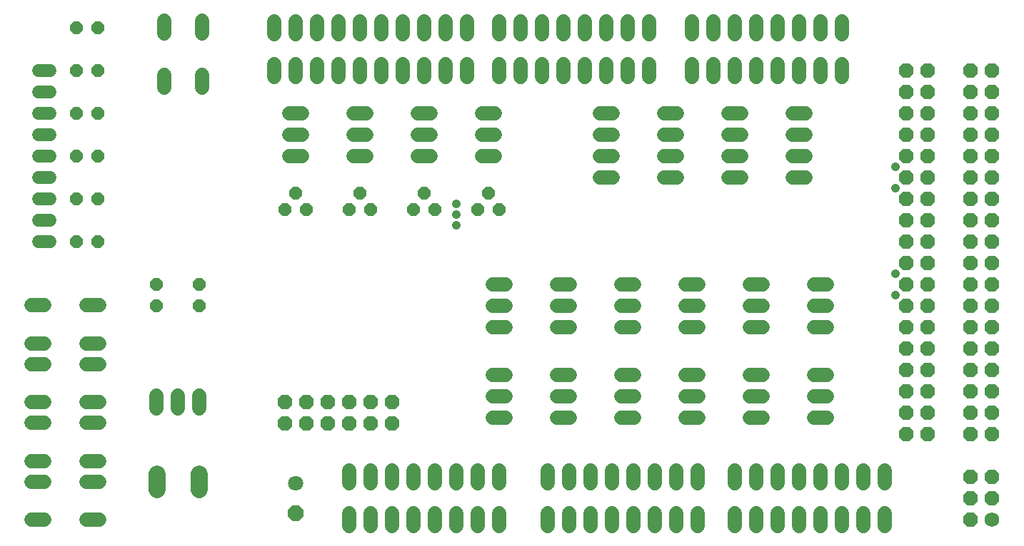
<source format=gbr>
G04 EAGLE Gerber RS-274X export*
G75*
%MOMM*%
%FSLAX34Y34*%
%LPD*%
%INSoldermask Bottom*%
%IPPOS*%
%AMOC8*
5,1,8,0,0,1.08239X$1,22.5*%
G01*
%ADD10C,1.727200*%
%ADD11P,1.869504X8X292.500000*%
%ADD12C,1.711200*%
%ADD13C,1.993900*%
%ADD14P,1.951982X8X292.500000*%
%ADD15C,1.803400*%
%ADD16P,1.869504X8X22.500000*%
%ADD17C,1.727200*%
%ADD18P,1.869504X8X112.500000*%
%ADD19P,1.649562X8X202.500000*%
%ADD20P,1.649562X8X112.500000*%
%ADD21C,1.524000*%
%ADD22P,1.649562X8X22.500000*%
%ADD23C,1.059600*%


D10*
X577850Y90170D02*
X577850Y74930D01*
X552450Y74930D02*
X552450Y90170D01*
X527050Y90170D02*
X527050Y74930D01*
X501650Y74930D02*
X501650Y90170D01*
X476250Y90170D02*
X476250Y74930D01*
X450850Y74930D02*
X450850Y90170D01*
X425450Y90170D02*
X425450Y74930D01*
X400050Y74930D02*
X400050Y90170D01*
X812800Y90170D02*
X812800Y74930D01*
X787400Y74930D02*
X787400Y90170D01*
X762000Y90170D02*
X762000Y74930D01*
X736600Y74930D02*
X736600Y90170D01*
X711200Y90170D02*
X711200Y74930D01*
X685800Y74930D02*
X685800Y90170D01*
X660400Y90170D02*
X660400Y74930D01*
X635000Y74930D02*
X635000Y90170D01*
X1035050Y90170D02*
X1035050Y74930D01*
X1009650Y74930D02*
X1009650Y90170D01*
X984250Y90170D02*
X984250Y74930D01*
X958850Y74930D02*
X958850Y90170D01*
X933450Y90170D02*
X933450Y74930D01*
X908050Y74930D02*
X908050Y90170D01*
X882650Y90170D02*
X882650Y74930D01*
X857250Y74930D02*
X857250Y90170D01*
X984250Y557530D02*
X984250Y572770D01*
X958850Y572770D02*
X958850Y557530D01*
X933450Y557530D02*
X933450Y572770D01*
X908050Y572770D02*
X908050Y557530D01*
X882650Y557530D02*
X882650Y572770D01*
X857250Y572770D02*
X857250Y557530D01*
X831850Y557530D02*
X831850Y572770D01*
X806450Y572770D02*
X806450Y557530D01*
X755650Y557530D02*
X755650Y572770D01*
X730250Y572770D02*
X730250Y557530D01*
X704850Y557530D02*
X704850Y572770D01*
X679450Y572770D02*
X679450Y557530D01*
X654050Y557530D02*
X654050Y572770D01*
X628650Y572770D02*
X628650Y557530D01*
X603250Y557530D02*
X603250Y572770D01*
X577850Y572770D02*
X577850Y557530D01*
X539750Y557530D02*
X539750Y572770D01*
X514350Y572770D02*
X514350Y557530D01*
X488950Y557530D02*
X488950Y572770D01*
X463550Y572770D02*
X463550Y557530D01*
X438150Y557530D02*
X438150Y572770D01*
X412750Y572770D02*
X412750Y557530D01*
X387350Y557530D02*
X387350Y572770D01*
X361950Y572770D02*
X361950Y557530D01*
X336550Y557530D02*
X336550Y572770D01*
X311150Y572770D02*
X311150Y557530D01*
D11*
X1060450Y565150D03*
X1060450Y539750D03*
X1060450Y514350D03*
X1060450Y488950D03*
X1060450Y463550D03*
X1060450Y438150D03*
X1085850Y565150D03*
X1085850Y539750D03*
X1085850Y514350D03*
X1085850Y488950D03*
X1085850Y463550D03*
X1085850Y438150D03*
X1060450Y412750D03*
X1085850Y412750D03*
X1060450Y387350D03*
X1060450Y361950D03*
X1060450Y336550D03*
X1060450Y311150D03*
X1060450Y285750D03*
X1060450Y260350D03*
X1085850Y387350D03*
X1085850Y361950D03*
X1085850Y336550D03*
X1085850Y311150D03*
X1085850Y285750D03*
X1085850Y260350D03*
X1060450Y234950D03*
X1085850Y234950D03*
X1060450Y209550D03*
X1060450Y184150D03*
X1060450Y158750D03*
X1085850Y209550D03*
X1085850Y184150D03*
X1085850Y158750D03*
X1060450Y133350D03*
X1085850Y133350D03*
D10*
X577850Y39370D02*
X577850Y24130D01*
X552450Y24130D02*
X552450Y39370D01*
X527050Y39370D02*
X527050Y24130D01*
X501650Y24130D02*
X501650Y39370D01*
X476250Y39370D02*
X476250Y24130D01*
X450850Y24130D02*
X450850Y39370D01*
X425450Y39370D02*
X425450Y24130D01*
X400050Y24130D02*
X400050Y39370D01*
X812800Y39370D02*
X812800Y24130D01*
X787400Y24130D02*
X787400Y39370D01*
X762000Y39370D02*
X762000Y24130D01*
X736600Y24130D02*
X736600Y39370D01*
X711200Y39370D02*
X711200Y24130D01*
X685800Y24130D02*
X685800Y39370D01*
X660400Y39370D02*
X660400Y24130D01*
X635000Y24130D02*
X635000Y39370D01*
X1035050Y39370D02*
X1035050Y24130D01*
X1009650Y24130D02*
X1009650Y39370D01*
X984250Y39370D02*
X984250Y24130D01*
X958850Y24130D02*
X958850Y39370D01*
X933450Y39370D02*
X933450Y24130D01*
X908050Y24130D02*
X908050Y39370D01*
X882650Y39370D02*
X882650Y24130D01*
X857250Y24130D02*
X857250Y39370D01*
X984250Y608330D02*
X984250Y623570D01*
X958850Y623570D02*
X958850Y608330D01*
X933450Y608330D02*
X933450Y623570D01*
X908050Y623570D02*
X908050Y608330D01*
X882650Y608330D02*
X882650Y623570D01*
X857250Y623570D02*
X857250Y608330D01*
X831850Y608330D02*
X831850Y623570D01*
X806450Y623570D02*
X806450Y608330D01*
X755650Y608330D02*
X755650Y623570D01*
X730250Y623570D02*
X730250Y608330D01*
X704850Y608330D02*
X704850Y623570D01*
X679450Y623570D02*
X679450Y608330D01*
X654050Y608330D02*
X654050Y623570D01*
X628650Y623570D02*
X628650Y608330D01*
X603250Y608330D02*
X603250Y623570D01*
X577850Y623570D02*
X577850Y608330D01*
X539750Y608330D02*
X539750Y623570D01*
X514350Y623570D02*
X514350Y608330D01*
X488950Y608330D02*
X488950Y623570D01*
X463550Y623570D02*
X463550Y608330D01*
X438150Y608330D02*
X438150Y623570D01*
X412750Y623570D02*
X412750Y608330D01*
X387350Y608330D02*
X387350Y623570D01*
X361950Y623570D02*
X361950Y608330D01*
X336550Y608330D02*
X336550Y623570D01*
X311150Y623570D02*
X311150Y608330D01*
D11*
X1136650Y565150D03*
X1136650Y539750D03*
X1136650Y514350D03*
X1136650Y488950D03*
X1136650Y463550D03*
X1136650Y438150D03*
X1162050Y565150D03*
X1162050Y539750D03*
X1162050Y514350D03*
X1162050Y488950D03*
X1162050Y463550D03*
X1162050Y438150D03*
X1136650Y412750D03*
X1162050Y412750D03*
X1136650Y387350D03*
X1136650Y361950D03*
X1136650Y336550D03*
X1136650Y311150D03*
X1136650Y285750D03*
X1136650Y260350D03*
X1162050Y387350D03*
X1162050Y361950D03*
X1162050Y336550D03*
X1162050Y311150D03*
X1162050Y285750D03*
X1162050Y260350D03*
X1136650Y234950D03*
X1162050Y234950D03*
X1136650Y209550D03*
X1136650Y184150D03*
X1136650Y158750D03*
X1162050Y209550D03*
X1162050Y184150D03*
X1162050Y158750D03*
X1136650Y133350D03*
X1162050Y133350D03*
D12*
X661590Y260350D02*
X646510Y260350D01*
X646510Y285750D02*
X661590Y285750D01*
X661590Y311150D02*
X646510Y311150D01*
X585390Y260350D02*
X570310Y260350D01*
X570310Y285750D02*
X585390Y285750D01*
X585390Y311150D02*
X570310Y311150D01*
X798910Y260350D02*
X813990Y260350D01*
X813990Y285750D02*
X798910Y285750D01*
X798910Y311150D02*
X813990Y311150D01*
X737790Y260350D02*
X722710Y260350D01*
X722710Y285750D02*
X737790Y285750D01*
X737790Y311150D02*
X722710Y311150D01*
X951310Y260350D02*
X966390Y260350D01*
X966390Y285750D02*
X951310Y285750D01*
X951310Y311150D02*
X966390Y311150D01*
X890190Y260350D02*
X875110Y260350D01*
X875110Y285750D02*
X890190Y285750D01*
X890190Y311150D02*
X875110Y311150D01*
X925910Y438150D02*
X940990Y438150D01*
X940990Y463550D02*
X925910Y463550D01*
X925910Y488950D02*
X940990Y488950D01*
X940990Y514350D02*
X925910Y514350D01*
X864790Y438150D02*
X849710Y438150D01*
X849710Y463550D02*
X864790Y463550D01*
X864790Y488950D02*
X849710Y488950D01*
X849710Y514350D02*
X864790Y514350D01*
X788590Y438150D02*
X773510Y438150D01*
X773510Y463550D02*
X788590Y463550D01*
X788590Y488950D02*
X773510Y488950D01*
X773510Y514350D02*
X788590Y514350D01*
X712390Y438150D02*
X697310Y438150D01*
X697310Y463550D02*
X712390Y463550D01*
X712390Y488950D02*
X697310Y488950D01*
X697310Y514350D02*
X712390Y514350D01*
X951310Y152400D02*
X966390Y152400D01*
X966390Y177800D02*
X951310Y177800D01*
X951310Y203200D02*
X966390Y203200D01*
X890190Y152400D02*
X875110Y152400D01*
X875110Y177800D02*
X890190Y177800D01*
X890190Y203200D02*
X875110Y203200D01*
X813990Y152400D02*
X798910Y152400D01*
X798910Y177800D02*
X813990Y177800D01*
X813990Y203200D02*
X798910Y203200D01*
X737790Y152400D02*
X722710Y152400D01*
X722710Y177800D02*
X737790Y177800D01*
X737790Y203200D02*
X722710Y203200D01*
X661590Y152400D02*
X646510Y152400D01*
X646510Y177800D02*
X661590Y177800D01*
X661590Y203200D02*
X646510Y203200D01*
X585390Y152400D02*
X570310Y152400D01*
X570310Y177800D02*
X585390Y177800D01*
X585390Y203200D02*
X570310Y203200D01*
X344090Y463550D02*
X329010Y463550D01*
X329010Y488950D02*
X344090Y488950D01*
X344090Y514350D02*
X329010Y514350D01*
X405210Y463550D02*
X420290Y463550D01*
X420290Y488950D02*
X405210Y488950D01*
X405210Y514350D02*
X420290Y514350D01*
X481410Y463550D02*
X496490Y463550D01*
X496490Y488950D02*
X481410Y488950D01*
X481410Y514350D02*
X496490Y514350D01*
X557610Y463550D02*
X572690Y463550D01*
X572690Y488950D02*
X557610Y488950D01*
X557610Y514350D02*
X572690Y514350D01*
D10*
X171450Y179070D02*
X171450Y163830D01*
X196850Y163830D02*
X196850Y179070D01*
X222250Y179070D02*
X222250Y163830D01*
D13*
X221850Y85154D02*
X221850Y67247D01*
X171850Y67247D02*
X171850Y85154D01*
D14*
X336550Y39370D03*
D15*
X336550Y74930D03*
D16*
X323850Y146050D03*
X349250Y146050D03*
X374650Y146050D03*
X400050Y146050D03*
X425450Y146050D03*
X450850Y146050D03*
X323850Y171450D03*
X349250Y171450D03*
X374650Y171450D03*
X400050Y171450D03*
X425450Y171450D03*
X450850Y171450D03*
D17*
X1162050Y31750D03*
D18*
X1162050Y57150D03*
X1162050Y82550D03*
X1136650Y31750D03*
X1136650Y57150D03*
X1136650Y82550D03*
D10*
X38608Y216281D02*
X23368Y216281D01*
X23368Y171069D02*
X38608Y171069D01*
X88392Y216281D02*
X103632Y216281D01*
X103632Y171069D02*
X88392Y171069D01*
X38608Y286131D02*
X23368Y286131D01*
X23368Y240919D02*
X38608Y240919D01*
X88392Y286131D02*
X103632Y286131D01*
X103632Y240919D02*
X88392Y240919D01*
X38608Y76581D02*
X23368Y76581D01*
X23368Y31369D02*
X38608Y31369D01*
X88392Y76581D02*
X103632Y76581D01*
X103632Y31369D02*
X88392Y31369D01*
X38608Y146431D02*
X23368Y146431D01*
X23368Y101219D02*
X38608Y101219D01*
X88392Y146431D02*
X103632Y146431D01*
X103632Y101219D02*
X88392Y101219D01*
X225806Y609092D02*
X225806Y624332D01*
X180594Y624332D02*
X180594Y609092D01*
X225806Y559308D02*
X225806Y544068D01*
X180594Y544068D02*
X180594Y559308D01*
D19*
X101600Y615950D03*
X76200Y615950D03*
X101600Y565150D03*
X76200Y565150D03*
X101600Y514350D03*
X76200Y514350D03*
X101600Y463550D03*
X76200Y463550D03*
X101600Y412750D03*
X76200Y412750D03*
X101600Y361950D03*
X76200Y361950D03*
D20*
X171450Y285750D03*
X171450Y311150D03*
X222250Y285750D03*
X222250Y311150D03*
D21*
X44704Y361950D02*
X31496Y361950D01*
X31496Y387350D02*
X44704Y387350D01*
X44704Y412750D02*
X31496Y412750D01*
X31496Y438150D02*
X44704Y438150D01*
X44704Y463550D02*
X31496Y463550D01*
X31496Y488950D02*
X44704Y488950D01*
X44704Y514350D02*
X31496Y514350D01*
X31496Y539750D02*
X44704Y539750D01*
X44704Y565150D02*
X31496Y565150D01*
D22*
X323850Y400050D03*
X336550Y419100D03*
X349250Y400050D03*
X400050Y400050D03*
X412750Y419100D03*
X425450Y400050D03*
X476250Y400050D03*
X488950Y419100D03*
X501650Y400050D03*
X552450Y400050D03*
X565150Y419100D03*
X577850Y400050D03*
D23*
X527050Y406400D03*
X527050Y393700D03*
X527050Y381000D03*
X1047750Y450850D03*
X1047750Y425450D03*
X1047750Y323850D03*
X1047750Y298450D03*
M02*

</source>
